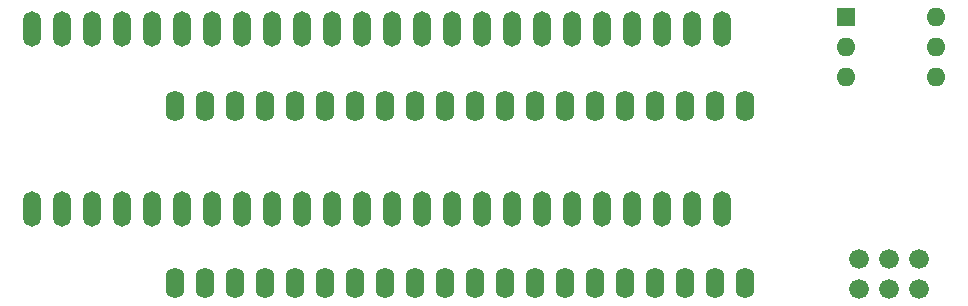
<source format=gts>
G04 #@! TF.GenerationSoftware,KiCad,Pcbnew,6.0.1*
G04 #@! TF.CreationDate,2022-02-11T11:10:19+01:00*
G04 #@! TF.ProjectId,27C160_Adapter,32374331-3630-45f4-9164-61707465722e,1.1SMD*
G04 #@! TF.SameCoordinates,Original*
G04 #@! TF.FileFunction,Soldermask,Top*
G04 #@! TF.FilePolarity,Negative*
%FSLAX46Y46*%
G04 Gerber Fmt 4.6, Leading zero omitted, Abs format (unit mm)*
G04 Created by KiCad (PCBNEW 6.0.1) date 2022-02-11 11:10:19*
%MOMM*%
%LPD*%
G01*
G04 APERTURE LIST*
%ADD10C,1.676400*%
%ADD11O,1.600000X2.600000*%
%ADD12O,1.500000X3.000000*%
%ADD13R,1.600000X1.600000*%
%ADD14O,1.600000X1.600000*%
G04 APERTURE END LIST*
D10*
X193140000Y-110490000D03*
X190600000Y-110490000D03*
X188060000Y-110490000D03*
X193140000Y-107950000D03*
X190600000Y-107950000D03*
X188060000Y-107950000D03*
D11*
X130110000Y-110023000D03*
X132650000Y-110023000D03*
X135190000Y-110023000D03*
X137730000Y-110023000D03*
X140270000Y-110023000D03*
X142810000Y-110023000D03*
X145350000Y-110023000D03*
X147890000Y-110023000D03*
X150430000Y-110023000D03*
X152970000Y-110023000D03*
X155510000Y-110023000D03*
X158050000Y-110023000D03*
X160590000Y-110023000D03*
X163130000Y-110023000D03*
X165670000Y-110023000D03*
X168210000Y-110023000D03*
X170750000Y-110023000D03*
X173290000Y-110023000D03*
X175830000Y-110023000D03*
X178370000Y-110023000D03*
X178370000Y-95037000D03*
X175830000Y-95037000D03*
X173290000Y-95037000D03*
X170750000Y-95037000D03*
X168210000Y-95037000D03*
X165670000Y-95037000D03*
X163130000Y-95037000D03*
X160590000Y-95037000D03*
X158050000Y-95037000D03*
X155510000Y-95037000D03*
X152970000Y-95037000D03*
X150430000Y-95037000D03*
X147890000Y-95037000D03*
X145350000Y-95037000D03*
X142810000Y-95037000D03*
X140270000Y-95037000D03*
X137730000Y-95037000D03*
X135190000Y-95037000D03*
X132650000Y-95037000D03*
X130110000Y-95037000D03*
D12*
X118021100Y-103733600D03*
X120561100Y-103733600D03*
X123101100Y-103733600D03*
X125641100Y-103733600D03*
X128181100Y-103733600D03*
X130721100Y-103733600D03*
X133261100Y-103733600D03*
X135801100Y-103733600D03*
X138341100Y-103733600D03*
X140881100Y-103733600D03*
X143421100Y-103733600D03*
X145961100Y-103733600D03*
X148501100Y-103733600D03*
X151041100Y-103733600D03*
X153581100Y-103733600D03*
X156121100Y-103733600D03*
X158661100Y-103733600D03*
X161201100Y-103733600D03*
X163741100Y-103733600D03*
X166281100Y-103733600D03*
X168821100Y-103733600D03*
X171361100Y-103733600D03*
X173901100Y-103733600D03*
X176441100Y-103733600D03*
X176441100Y-88493600D03*
X173901100Y-88493600D03*
X171361100Y-88493600D03*
X168821100Y-88493600D03*
X166281100Y-88493600D03*
X163741100Y-88493600D03*
X161201100Y-88493600D03*
X158661100Y-88493600D03*
X156121100Y-88493600D03*
X153581100Y-88493600D03*
X151041100Y-88493600D03*
X148501100Y-88493600D03*
X145961100Y-88493600D03*
X143421100Y-88493600D03*
X140881100Y-88493600D03*
X138341100Y-88493600D03*
X135801100Y-88493600D03*
X133261100Y-88493600D03*
X130721100Y-88493600D03*
X128181100Y-88493600D03*
X125641100Y-88493600D03*
X123101100Y-88493600D03*
X120561100Y-88493600D03*
X118021100Y-88493600D03*
D13*
X186940000Y-87440000D03*
D14*
X186940000Y-89980000D03*
X186940000Y-92520000D03*
X194560000Y-92520000D03*
X194560000Y-89980000D03*
X194560000Y-87440000D03*
M02*

</source>
